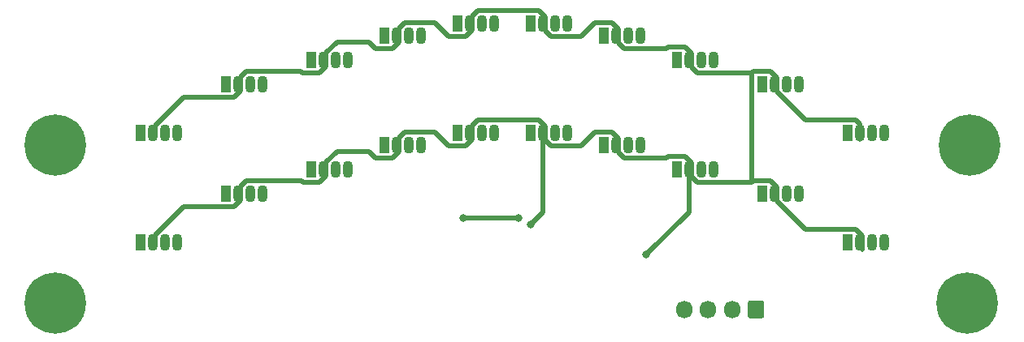
<source format=gbr>
G04 #@! TF.GenerationSoftware,KiCad,Pcbnew,5.1.5-52549c5~84~ubuntu18.04.1*
G04 #@! TF.CreationDate,2020-02-12T22:06:01+00:00*
G04 #@! TF.ProjectId,TSAL_LED,5453414c-5f4c-4454-942e-6b696361645f,rev?*
G04 #@! TF.SameCoordinates,Original*
G04 #@! TF.FileFunction,Copper,L2,Bot*
G04 #@! TF.FilePolarity,Positive*
%FSLAX46Y46*%
G04 Gerber Fmt 4.6, Leading zero omitted, Abs format (unit mm)*
G04 Created by KiCad (PCBNEW 5.1.5-52549c5~84~ubuntu18.04.1) date 2020-02-12 22:06:01*
%MOMM*%
%LPD*%
G04 APERTURE LIST*
%ADD10O,1.700000X1.850000*%
%ADD11C,0.100000*%
%ADD12C,6.400000*%
%ADD13O,1.070000X1.800000*%
%ADD14R,1.070000X1.800000*%
%ADD15C,0.800000*%
%ADD16C,0.500000*%
G04 APERTURE END LIST*
D10*
X144900000Y-85090000D03*
X147400000Y-85090000D03*
X149900000Y-85090000D03*
G04 #@! TA.AperFunction,ComponentPad*
D11*
G36*
X153024504Y-84166204D02*
G01*
X153048773Y-84169804D01*
X153072571Y-84175765D01*
X153095671Y-84184030D01*
X153117849Y-84194520D01*
X153138893Y-84207133D01*
X153158598Y-84221747D01*
X153176777Y-84238223D01*
X153193253Y-84256402D01*
X153207867Y-84276107D01*
X153220480Y-84297151D01*
X153230970Y-84319329D01*
X153239235Y-84342429D01*
X153245196Y-84366227D01*
X153248796Y-84390496D01*
X153250000Y-84415000D01*
X153250000Y-85765000D01*
X153248796Y-85789504D01*
X153245196Y-85813773D01*
X153239235Y-85837571D01*
X153230970Y-85860671D01*
X153220480Y-85882849D01*
X153207867Y-85903893D01*
X153193253Y-85923598D01*
X153176777Y-85941777D01*
X153158598Y-85958253D01*
X153138893Y-85972867D01*
X153117849Y-85985480D01*
X153095671Y-85995970D01*
X153072571Y-86004235D01*
X153048773Y-86010196D01*
X153024504Y-86013796D01*
X153000000Y-86015000D01*
X151800000Y-86015000D01*
X151775496Y-86013796D01*
X151751227Y-86010196D01*
X151727429Y-86004235D01*
X151704329Y-85995970D01*
X151682151Y-85985480D01*
X151661107Y-85972867D01*
X151641402Y-85958253D01*
X151623223Y-85941777D01*
X151606747Y-85923598D01*
X151592133Y-85903893D01*
X151579520Y-85882849D01*
X151569030Y-85860671D01*
X151560765Y-85837571D01*
X151554804Y-85813773D01*
X151551204Y-85789504D01*
X151550000Y-85765000D01*
X151550000Y-84415000D01*
X151551204Y-84390496D01*
X151554804Y-84366227D01*
X151560765Y-84342429D01*
X151569030Y-84319329D01*
X151579520Y-84297151D01*
X151592133Y-84276107D01*
X151606747Y-84256402D01*
X151623223Y-84238223D01*
X151641402Y-84221747D01*
X151661107Y-84207133D01*
X151682151Y-84194520D01*
X151704329Y-84184030D01*
X151727429Y-84175765D01*
X151751227Y-84169804D01*
X151775496Y-84166204D01*
X151800000Y-84165000D01*
X153000000Y-84165000D01*
X153024504Y-84166204D01*
G37*
G04 #@! TD.AperFunction*
D12*
X174395000Y-84455000D03*
X174625000Y-67945000D03*
X79375000Y-67945000D03*
X79375000Y-84455000D03*
D13*
X147955000Y-70485000D03*
X146685000Y-70485000D03*
X145415000Y-70485000D03*
D14*
X144145000Y-70485000D03*
D13*
X147955000Y-59055000D03*
X146685000Y-59055000D03*
X145415000Y-59055000D03*
D14*
X144145000Y-59055000D03*
D13*
X140335000Y-67945000D03*
X139065000Y-67945000D03*
X137795000Y-67945000D03*
D14*
X136525000Y-67945000D03*
D13*
X140335000Y-56515000D03*
X139065000Y-56515000D03*
X137795000Y-56515000D03*
D14*
X136525000Y-56515000D03*
D13*
X132715000Y-66675000D03*
X131445000Y-66675000D03*
X130175000Y-66675000D03*
D14*
X128905000Y-66675000D03*
D13*
X132715000Y-55245000D03*
X131445000Y-55245000D03*
X130175000Y-55245000D03*
D14*
X128905000Y-55245000D03*
D13*
X165735000Y-78105000D03*
X164465000Y-78105000D03*
X163195000Y-78105000D03*
D14*
X161925000Y-78105000D03*
D13*
X92075000Y-66675000D03*
X90805000Y-66675000D03*
X89535000Y-66675000D03*
D14*
X88265000Y-66675000D03*
D13*
X125095000Y-66675000D03*
X123825000Y-66675000D03*
X122555000Y-66675000D03*
D14*
X121285000Y-66675000D03*
D13*
X125095000Y-55245000D03*
X123825000Y-55245000D03*
X122555000Y-55245000D03*
D14*
X121285000Y-55245000D03*
D13*
X156845000Y-73025000D03*
X155575000Y-73025000D03*
X154305000Y-73025000D03*
D14*
X153035000Y-73025000D03*
D13*
X100965000Y-61595000D03*
X99695000Y-61595000D03*
X98425000Y-61595000D03*
D14*
X97155000Y-61595000D03*
D13*
X100965000Y-73025000D03*
X99695000Y-73025000D03*
X98425000Y-73025000D03*
D14*
X97155000Y-73025000D03*
D13*
X156845000Y-61595000D03*
X155575000Y-61595000D03*
X154305000Y-61595000D03*
D14*
X153035000Y-61595000D03*
D13*
X117475000Y-67945000D03*
X116205000Y-67945000D03*
X114935000Y-67945000D03*
D14*
X113665000Y-67945000D03*
D13*
X117475000Y-56515000D03*
X116205000Y-56515000D03*
X114935000Y-56515000D03*
D14*
X113665000Y-56515000D03*
D13*
X92075000Y-78105000D03*
X90805000Y-78105000D03*
X89535000Y-78105000D03*
D14*
X88265000Y-78105000D03*
D13*
X165735000Y-66675000D03*
X164465000Y-66675000D03*
X163195000Y-66675000D03*
D14*
X161925000Y-66675000D03*
D13*
X109855000Y-70485000D03*
X108585000Y-70485000D03*
X107315000Y-70485000D03*
D14*
X106045000Y-70485000D03*
D13*
X109855000Y-59055000D03*
X108585000Y-59055000D03*
X107315000Y-59055000D03*
D14*
X106045000Y-59055000D03*
D15*
X121920000Y-75565000D03*
X127635000Y-75565000D03*
X140970000Y-79375000D03*
X128905000Y-76200000D03*
D16*
X121920000Y-75565000D02*
X127635000Y-75565000D01*
X157546985Y-65324999D02*
X162820001Y-65324999D01*
X153930001Y-60244999D02*
X154589990Y-60904988D01*
X152139999Y-60244999D02*
X153930001Y-60244999D01*
X151979988Y-60405010D02*
X152139999Y-60244999D01*
X154589990Y-60904988D02*
X154589990Y-62368004D01*
X146276996Y-60405010D02*
X151979988Y-60405010D01*
X162820001Y-65324999D02*
X163195000Y-65699998D01*
X145699990Y-59828004D02*
X146276996Y-60405010D01*
X143089988Y-57865010D02*
X143249999Y-57704999D01*
X106940001Y-60405001D02*
X107599990Y-59745012D01*
X105149999Y-60405001D02*
X106940001Y-60405001D01*
X138656996Y-57865010D02*
X143089988Y-57865010D01*
X112769999Y-57865001D02*
X114560001Y-57865001D01*
X89819990Y-65901996D02*
X92776985Y-62945001D01*
X107599990Y-58281996D02*
X108731986Y-57150000D01*
X89819990Y-66390010D02*
X89819990Y-65901996D01*
X89535000Y-66675000D02*
X89819990Y-66390010D01*
X108731986Y-57150000D02*
X112054998Y-57150000D01*
X138079990Y-55824988D02*
X138079990Y-57288004D01*
X115219990Y-57205012D02*
X115219990Y-55741996D01*
X92776985Y-62945001D02*
X98050001Y-62945001D01*
X115219990Y-55741996D02*
X115796996Y-55164990D01*
X98709990Y-60821996D02*
X99286996Y-60244990D01*
X104989988Y-60244990D02*
X105149999Y-60405001D01*
X99286996Y-60244990D02*
X104989988Y-60244990D01*
X98709990Y-62285012D02*
X98709990Y-60821996D01*
X98050001Y-62945001D02*
X98709990Y-62285012D01*
X154589990Y-62368004D02*
X157546985Y-65324999D01*
X134199988Y-56595010D02*
X135629999Y-55164999D01*
X143249999Y-57704999D02*
X145040001Y-57704999D01*
X114560001Y-57865001D02*
X115219990Y-57205012D01*
X145699990Y-58364988D02*
X145699990Y-59828004D01*
X115796996Y-55164990D02*
X118959988Y-55164990D01*
X107599990Y-59745012D02*
X107599990Y-58281996D01*
X122180001Y-56595001D02*
X122839990Y-55935012D01*
X118959988Y-55164990D02*
X120389999Y-56595001D01*
X145040001Y-57704999D02*
X145699990Y-58364988D01*
X120389999Y-56595001D02*
X122180001Y-56595001D01*
X122839990Y-55935012D02*
X122839990Y-54471996D01*
X122839990Y-54471996D02*
X123416987Y-53894999D01*
X123416987Y-53894999D02*
X129800001Y-53894999D01*
X135629999Y-55164999D02*
X137420001Y-55164999D01*
X129800001Y-53894999D02*
X130459990Y-54554988D01*
X130459990Y-54554988D02*
X130459990Y-56018004D01*
X137420001Y-55164999D02*
X138079990Y-55824988D01*
X130459990Y-56018004D02*
X131036996Y-56595010D01*
X112054998Y-57150000D02*
X112769999Y-57865001D01*
X131036996Y-56595010D02*
X134199988Y-56595010D01*
X138079990Y-57288004D02*
X138656996Y-57865010D01*
X163195000Y-65699998D02*
X163195000Y-67310000D01*
X163479990Y-77414988D02*
X163479990Y-78878004D01*
X162820001Y-76754999D02*
X163479990Y-77414988D01*
X154589990Y-73798004D02*
X157546985Y-76754999D01*
X152139999Y-71674999D02*
X153930001Y-71674999D01*
X146276996Y-71835010D02*
X151979988Y-71835010D01*
X145699990Y-69794988D02*
X145699990Y-71258004D01*
X145040001Y-69134999D02*
X145699990Y-69794988D01*
X143089988Y-69295010D02*
X143249999Y-69134999D01*
X143249999Y-69134999D02*
X145040001Y-69134999D01*
X112769999Y-69295001D02*
X114560001Y-69295001D01*
X112054998Y-68580000D02*
X112769999Y-69295001D01*
X106940001Y-71835001D02*
X107599990Y-71175012D01*
X108731986Y-68580000D02*
X112054998Y-68580000D01*
X153930001Y-71674999D02*
X154589990Y-72334988D01*
X107599990Y-69711996D02*
X108731986Y-68580000D01*
X89535000Y-78105000D02*
X89819990Y-77820010D01*
X98709990Y-72251996D02*
X99286996Y-71674990D01*
X99286996Y-71674990D02*
X105059999Y-71674990D01*
X131036996Y-68025010D02*
X134199988Y-68025010D01*
X98709990Y-73715012D02*
X98709990Y-72251996D01*
X105059999Y-71674990D02*
X105220010Y-71835001D01*
X122839990Y-65901996D02*
X123416996Y-65324990D01*
X98050001Y-74375001D02*
X98709990Y-73715012D01*
X92776985Y-74375001D02*
X98050001Y-74375001D01*
X151979988Y-71835010D02*
X152139999Y-71674999D01*
X89819990Y-77820010D02*
X89819990Y-77331996D01*
X129799992Y-65324990D02*
X130459990Y-65984988D01*
X138079990Y-67254988D02*
X138079990Y-68718004D01*
X115219990Y-68635012D02*
X115219990Y-67171996D01*
X114560001Y-69295001D02*
X115219990Y-68635012D01*
X115219990Y-67171996D02*
X115796996Y-66594990D01*
X115796996Y-66594990D02*
X118959988Y-66594990D01*
X107599990Y-71175012D02*
X107599990Y-69711996D01*
X138656996Y-69295010D02*
X143089988Y-69295010D01*
X118959988Y-66594990D02*
X120389999Y-68025001D01*
X154589990Y-72334988D02*
X154589990Y-73798004D01*
X105220010Y-71835001D02*
X106940001Y-71835001D01*
X137420001Y-66594999D02*
X138079990Y-67254988D01*
X145699990Y-71258004D02*
X146276996Y-71835010D01*
X120389999Y-68025001D02*
X122180001Y-68025001D01*
X157546985Y-76754999D02*
X162820001Y-76754999D01*
X134199988Y-68025010D02*
X135629999Y-66594999D01*
X89819990Y-77331996D02*
X92776985Y-74375001D01*
X122180001Y-68025001D02*
X122839990Y-67365012D01*
X122839990Y-67365012D02*
X122839990Y-65901996D01*
X130459990Y-65984988D02*
X130459990Y-67448004D01*
X130459990Y-67448004D02*
X131036996Y-68025010D01*
X135629999Y-66594999D02*
X137420001Y-66594999D01*
X138079990Y-68718004D02*
X138656996Y-69295010D01*
X151979988Y-71835010D02*
X151979988Y-60405010D01*
X127080010Y-65324990D02*
X129799992Y-65324990D01*
X123416996Y-65324990D02*
X127080010Y-65324990D01*
X130175000Y-74930000D02*
X130175000Y-66675000D01*
X145415000Y-74930000D02*
X145415000Y-70485000D01*
X140970000Y-79375000D02*
X145415000Y-74930000D01*
X128905000Y-76200000D02*
X130175000Y-74930000D01*
M02*

</source>
